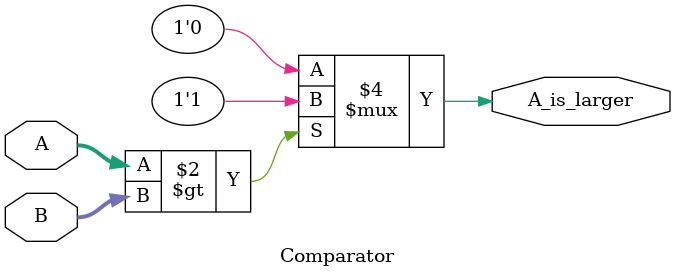
<source format=v>
`timescale 1ns / 1ps


module Comparator(
    input   wire [15:0]     A,
    input   wire [15:0]     B,
    output  reg             A_is_larger
);

always @(A or B) 
    if (A > B)
        A_is_larger <= 1;
    else
        A_is_larger <= 0;
        
endmodule


    

    
</source>
